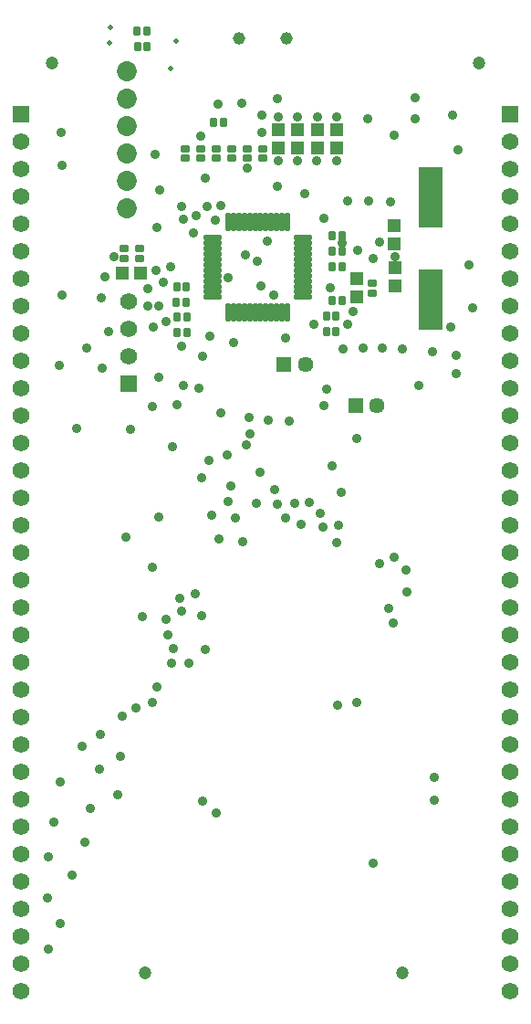
<source format=gbr>
G04*
G04 #@! TF.GenerationSoftware,Altium Limited,Altium Designer,22.4.2 (48)*
G04*
G04 Layer_Color=16711935*
%FSLAX25Y25*%
%MOIN*%
G70*
G04*
G04 #@! TF.SameCoordinates,9E7922A3-3756-4234-A879-3C4FB0169599*
G04*
G04*
G04 #@! TF.FilePolarity,Negative*
G04*
G01*
G75*
%ADD32R,0.04737X0.05131*%
G04:AMPARAMS|DCode=35|XSize=27.29mil|YSize=31.62mil|CornerRadius=5.93mil|HoleSize=0mil|Usage=FLASHONLY|Rotation=180.000|XOffset=0mil|YOffset=0mil|HoleType=Round|Shape=RoundedRectangle|*
%AMROUNDEDRECTD35*
21,1,0.02729,0.01976,0,0,180.0*
21,1,0.01543,0.03162,0,0,180.0*
1,1,0.01186,-0.00772,0.00988*
1,1,0.01186,0.00772,0.00988*
1,1,0.01186,0.00772,-0.00988*
1,1,0.01186,-0.00772,-0.00988*
%
%ADD35ROUNDEDRECTD35*%
G04:AMPARAMS|DCode=36|XSize=27.29mil|YSize=31.62mil|CornerRadius=5.93mil|HoleSize=0mil|Usage=FLASHONLY|Rotation=270.000|XOffset=0mil|YOffset=0mil|HoleType=Round|Shape=RoundedRectangle|*
%AMROUNDEDRECTD36*
21,1,0.02729,0.01976,0,0,270.0*
21,1,0.01543,0.03162,0,0,270.0*
1,1,0.01186,-0.00988,-0.00772*
1,1,0.01186,-0.00988,0.00772*
1,1,0.01186,0.00988,0.00772*
1,1,0.01186,0.00988,-0.00772*
%
%ADD36ROUNDEDRECTD36*%
%ADD37R,0.08674X0.22453*%
%ADD38R,0.05131X0.04737*%
%ADD45C,0.04737*%
%ADD46R,0.06194X0.06194*%
%ADD47C,0.06194*%
%ADD48C,0.05682*%
%ADD49R,0.05682X0.05682*%
%ADD50C,0.07296*%
%ADD51C,0.04540*%
%ADD52C,0.03556*%
G04:AMPARAMS|DCode=82|XSize=19.02mil|YSize=69.42mil|CornerRadius=6.76mil|HoleSize=0mil|Usage=FLASHONLY|Rotation=90.000|XOffset=0mil|YOffset=0mil|HoleType=Round|Shape=RoundedRectangle|*
%AMROUNDEDRECTD82*
21,1,0.01902,0.05591,0,0,90.0*
21,1,0.00551,0.06942,0,0,90.0*
1,1,0.01351,0.02795,0.00276*
1,1,0.01351,0.02795,-0.00276*
1,1,0.01351,-0.02795,-0.00276*
1,1,0.01351,-0.02795,0.00276*
%
%ADD82ROUNDEDRECTD82*%
G04:AMPARAMS|DCode=83|XSize=19.02mil|YSize=69.42mil|CornerRadius=6.76mil|HoleSize=0mil|Usage=FLASHONLY|Rotation=180.000|XOffset=0mil|YOffset=0mil|HoleType=Round|Shape=RoundedRectangle|*
%AMROUNDEDRECTD83*
21,1,0.01902,0.05591,0,0,180.0*
21,1,0.00551,0.06942,0,0,180.0*
1,1,0.01351,-0.00276,0.02795*
1,1,0.01351,0.00276,0.02795*
1,1,0.01351,0.00276,-0.02795*
1,1,0.01351,-0.00276,-0.02795*
%
%ADD83ROUNDEDRECTD83*%
%ADD84C,0.01900*%
D32*
X249200Y403954D02*
D03*
Y410646D02*
D03*
X249300Y395346D02*
D03*
Y388653D02*
D03*
X206900Y445793D02*
D03*
Y439100D02*
D03*
X235300Y391547D02*
D03*
Y384854D02*
D03*
X228000Y445839D02*
D03*
Y439147D02*
D03*
X221000D02*
D03*
Y445839D02*
D03*
X213900Y445793D02*
D03*
Y439100D02*
D03*
D35*
X169609Y388500D02*
D03*
X173191D02*
D03*
X173291Y371600D02*
D03*
X169709D02*
D03*
Y377300D02*
D03*
X173291D02*
D03*
X173091Y382900D02*
D03*
X169509D02*
D03*
X227902Y372160D02*
D03*
X224319D02*
D03*
X229991Y407100D02*
D03*
X226409D02*
D03*
X229983Y401400D02*
D03*
X226400D02*
D03*
X226409Y395600D02*
D03*
X229991D02*
D03*
X230091Y383300D02*
D03*
X226509D02*
D03*
X155000Y481700D02*
D03*
X158583D02*
D03*
X155300Y476000D02*
D03*
X158883D02*
D03*
X183109Y448400D02*
D03*
X186691D02*
D03*
X224310Y377760D02*
D03*
X227893D02*
D03*
D36*
X150448Y398897D02*
D03*
Y402480D02*
D03*
X156048D02*
D03*
Y398897D02*
D03*
X241000Y386109D02*
D03*
Y389691D02*
D03*
X172900Y435317D02*
D03*
Y438900D02*
D03*
X178500D02*
D03*
Y435317D02*
D03*
X184100Y435309D02*
D03*
Y438891D02*
D03*
X195400Y435300D02*
D03*
Y438883D02*
D03*
X189700Y435300D02*
D03*
Y438883D02*
D03*
X201000Y435317D02*
D03*
Y438900D02*
D03*
D37*
X262500Y421201D02*
D03*
Y383799D02*
D03*
D38*
X156439Y393300D02*
D03*
X149747D02*
D03*
D45*
X280000Y470000D02*
D03*
X124000D02*
D03*
X252000Y138000D02*
D03*
X158000D02*
D03*
D46*
X291500Y451500D02*
D03*
X112800Y451400D02*
D03*
X152229Y353000D02*
D03*
D47*
X291500Y441500D02*
D03*
Y431500D02*
D03*
Y421500D02*
D03*
Y411500D02*
D03*
Y401500D02*
D03*
Y391500D02*
D03*
Y381500D02*
D03*
Y371500D02*
D03*
Y361500D02*
D03*
Y351500D02*
D03*
Y341500D02*
D03*
Y331500D02*
D03*
Y321500D02*
D03*
Y311500D02*
D03*
Y301500D02*
D03*
Y291500D02*
D03*
Y281500D02*
D03*
Y271500D02*
D03*
Y261500D02*
D03*
Y251500D02*
D03*
Y241500D02*
D03*
Y231500D02*
D03*
Y221500D02*
D03*
Y211500D02*
D03*
Y201500D02*
D03*
Y191500D02*
D03*
Y181500D02*
D03*
Y171500D02*
D03*
Y161500D02*
D03*
Y151500D02*
D03*
Y141500D02*
D03*
Y131500D02*
D03*
X112800Y131400D02*
D03*
Y141400D02*
D03*
Y151400D02*
D03*
Y161400D02*
D03*
Y171400D02*
D03*
Y181400D02*
D03*
Y191400D02*
D03*
Y201400D02*
D03*
Y211400D02*
D03*
Y221400D02*
D03*
Y231400D02*
D03*
Y241400D02*
D03*
Y251400D02*
D03*
Y261400D02*
D03*
Y271400D02*
D03*
Y281400D02*
D03*
Y291400D02*
D03*
Y301400D02*
D03*
Y311400D02*
D03*
Y321400D02*
D03*
Y331400D02*
D03*
Y341400D02*
D03*
Y351400D02*
D03*
Y361400D02*
D03*
Y371400D02*
D03*
Y381400D02*
D03*
Y391400D02*
D03*
Y401400D02*
D03*
Y411400D02*
D03*
Y421400D02*
D03*
Y431400D02*
D03*
Y441400D02*
D03*
X152229Y383000D02*
D03*
Y363000D02*
D03*
Y373000D02*
D03*
D48*
X242800Y345125D02*
D03*
X216737Y360000D02*
D03*
D49*
X234926Y345125D02*
D03*
X208863Y360000D02*
D03*
D50*
X151400Y437000D02*
D03*
Y427000D02*
D03*
Y417000D02*
D03*
Y447000D02*
D03*
Y457000D02*
D03*
Y467000D02*
D03*
D51*
X192358Y479083D02*
D03*
X209681D02*
D03*
D52*
X127200Y156100D02*
D03*
X122500Y165400D02*
D03*
X122600Y180400D02*
D03*
X136200Y185900D02*
D03*
X124700Y193100D02*
D03*
X138200Y198200D02*
D03*
X148100Y203100D02*
D03*
X127100Y207600D02*
D03*
X256900Y449900D02*
D03*
X180800Y417700D02*
D03*
X176800Y414400D02*
D03*
X171500Y417800D02*
D03*
X171968Y412932D02*
D03*
X190394Y368205D02*
D03*
X181800Y370300D02*
D03*
X229987Y404250D02*
D03*
X235700Y401900D02*
D03*
X243749Y404897D02*
D03*
X249435Y399439D02*
D03*
X241500Y398900D02*
D03*
X233981Y379554D02*
D03*
X225643Y388164D02*
D03*
X205100Y385400D02*
D03*
X200500Y388700D02*
D03*
X199200Y397800D02*
D03*
X202685Y405055D02*
D03*
X239500Y449600D02*
D03*
X249000Y443600D02*
D03*
X247700Y419500D02*
D03*
X239700Y419600D02*
D03*
X232100D02*
D03*
X223500Y413500D02*
D03*
X206500Y425000D02*
D03*
X216500Y422500D02*
D03*
X195400Y431600D02*
D03*
X161600Y436700D02*
D03*
X178300Y443500D02*
D03*
X228200Y295207D02*
D03*
X272500Y438500D02*
D03*
X276500Y396500D02*
D03*
X277900Y380700D02*
D03*
X270400Y451100D02*
D03*
X200903Y451121D02*
D03*
X228000Y450439D02*
D03*
X213900Y450393D02*
D03*
X221000Y450439D02*
D03*
X206900Y450393D02*
D03*
X184586Y455053D02*
D03*
X226300Y323000D02*
D03*
X258100Y352400D02*
D03*
X263100Y364900D02*
D03*
X269800Y373700D02*
D03*
X271807Y356800D02*
D03*
Y363400D02*
D03*
X228600Y301300D02*
D03*
X224500Y351000D02*
D03*
X252200Y365900D02*
D03*
X237800Y366100D02*
D03*
X244900D02*
D03*
X230500Y365900D02*
D03*
X205400Y314300D02*
D03*
X198800Y309300D02*
D03*
X200100Y320700D02*
D03*
X218200Y309800D02*
D03*
X212600Y309300D02*
D03*
X222000Y305900D02*
D03*
X229775Y313363D02*
D03*
X215100Y301600D02*
D03*
X188500Y310100D02*
D03*
X223200Y300700D02*
D03*
X195000Y330900D02*
D03*
X188203Y326997D02*
D03*
X181400Y325100D02*
D03*
X185900Y342500D02*
D03*
X189400Y315600D02*
D03*
X209300Y304100D02*
D03*
X177900Y351400D02*
D03*
X179100Y363100D02*
D03*
X172200Y352500D02*
D03*
X163100Y355300D02*
D03*
X171300Y366900D02*
D03*
X161100Y373800D02*
D03*
X163000Y381400D02*
D03*
X165700Y375700D02*
D03*
X210900Y339507D02*
D03*
X249000Y289600D02*
D03*
X243800Y287500D02*
D03*
X253300Y285100D02*
D03*
X203200Y339707D02*
D03*
X196300Y334900D02*
D03*
X169800Y345400D02*
D03*
X160600Y344807D02*
D03*
X178700Y318600D02*
D03*
X196000Y340800D02*
D03*
X168000Y330200D02*
D03*
X152700Y336400D02*
D03*
X133000Y336784D02*
D03*
X185000Y296500D02*
D03*
X127400Y444800D02*
D03*
X127700Y432800D02*
D03*
Y385300D02*
D03*
X136700Y366100D02*
D03*
X126700Y359600D02*
D03*
X142400Y358600D02*
D03*
X253873Y276927D02*
D03*
X248800Y265700D02*
D03*
X247167Y271021D02*
D03*
X235418Y333050D02*
D03*
X144700Y372000D02*
D03*
X142100Y384400D02*
D03*
X163000Y304300D02*
D03*
X151200Y297200D02*
D03*
X193900Y295500D02*
D03*
X182400Y305000D02*
D03*
X178800Y268400D02*
D03*
X154900Y234700D02*
D03*
X167800Y251000D02*
D03*
X168500Y256300D02*
D03*
X165600Y267100D02*
D03*
X157200Y268200D02*
D03*
X171400Y270000D02*
D03*
X170600Y274600D02*
D03*
X176400Y276400D02*
D03*
X174100Y251000D02*
D03*
X162300Y242300D02*
D03*
X160800Y236800D02*
D03*
X160900Y286200D02*
D03*
X166500Y261300D02*
D03*
X180100Y256000D02*
D03*
X131400Y173800D02*
D03*
X141300Y212400D02*
D03*
X149700Y231900D02*
D03*
X141700Y225000D02*
D03*
X135100Y220800D02*
D03*
X149200Y217000D02*
D03*
X122800Y146800D02*
D03*
X206400Y309000D02*
D03*
X191200Y304000D02*
D03*
X179200Y200600D02*
D03*
X241300Y178200D02*
D03*
X184000Y196500D02*
D03*
X263606Y209525D02*
D03*
X263800Y201200D02*
D03*
X235300Y236700D02*
D03*
X228300Y235900D02*
D03*
X223575Y345125D02*
D03*
X232100Y374700D02*
D03*
X209400Y369900D02*
D03*
X219600Y374800D02*
D03*
X146800Y399400D02*
D03*
X194700Y400200D02*
D03*
X143300Y392100D02*
D03*
X162578Y410122D02*
D03*
X164700Y390200D02*
D03*
X158993Y381300D02*
D03*
X162100Y394500D02*
D03*
X163400Y423600D02*
D03*
X158993Y387800D02*
D03*
X167500Y395600D02*
D03*
X180000Y428100D02*
D03*
X188500Y391600D02*
D03*
X183900Y412800D02*
D03*
X256700Y457400D02*
D03*
X200700Y444600D02*
D03*
X185719Y417981D02*
D03*
X206332Y457006D02*
D03*
X193333Y455321D02*
D03*
X175800Y408100D02*
D03*
X228000Y434547D02*
D03*
X220900Y434446D02*
D03*
X213850Y434450D02*
D03*
X206800Y434400D02*
D03*
D82*
X215704Y406284D02*
D03*
Y404315D02*
D03*
Y402347D02*
D03*
Y400378D02*
D03*
Y398410D02*
D03*
Y396441D02*
D03*
Y394472D02*
D03*
Y392504D02*
D03*
Y390535D02*
D03*
Y388567D02*
D03*
Y386598D02*
D03*
Y384630D02*
D03*
X182791D02*
D03*
Y386598D02*
D03*
Y388567D02*
D03*
Y390535D02*
D03*
Y392504D02*
D03*
Y394472D02*
D03*
Y396441D02*
D03*
Y398410D02*
D03*
Y400378D02*
D03*
Y402347D02*
D03*
Y404315D02*
D03*
Y406284D02*
D03*
D83*
X210074Y379000D02*
D03*
X208105D02*
D03*
X206137D02*
D03*
X204169D02*
D03*
X202200D02*
D03*
X200232D02*
D03*
X198263D02*
D03*
X196294D02*
D03*
X194326D02*
D03*
X192358D02*
D03*
X190389D02*
D03*
X188420D02*
D03*
Y411913D02*
D03*
X190389D02*
D03*
X192358D02*
D03*
X194326D02*
D03*
X196294D02*
D03*
X198263D02*
D03*
X200232D02*
D03*
X202200D02*
D03*
X204169D02*
D03*
X206137D02*
D03*
X208105D02*
D03*
X210074D02*
D03*
D84*
X145400Y483200D02*
D03*
X167300Y468000D02*
D03*
X169300Y478200D02*
D03*
X145146Y477446D02*
D03*
M02*

</source>
